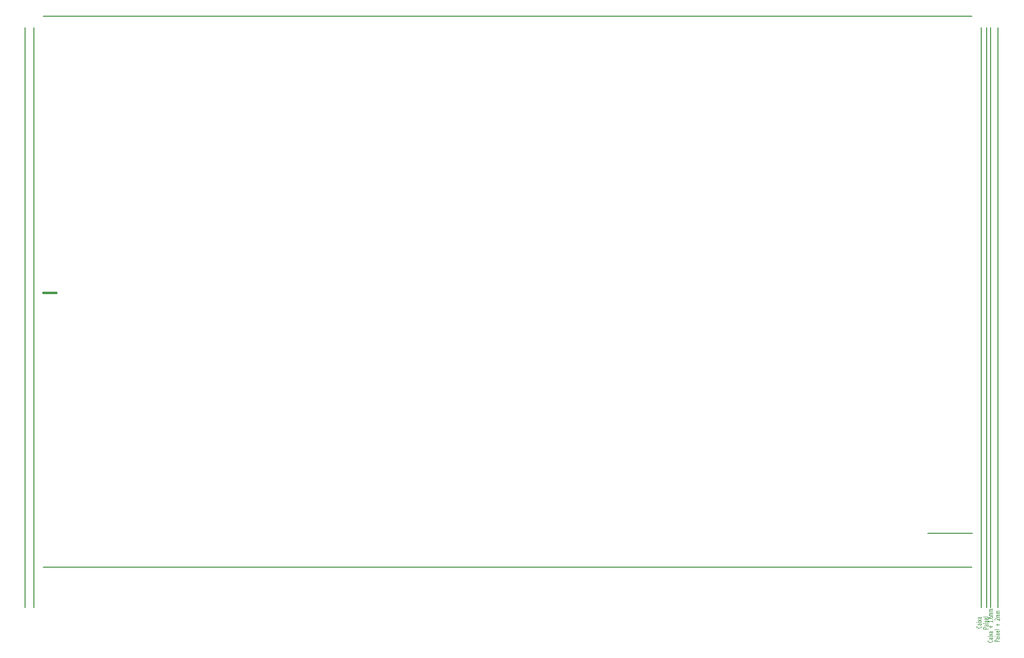
<source format=gbr>
G04 #@! TF.FileFunction,Drawing*
%FSLAX46Y46*%
G04 Gerber Fmt 4.6, Leading zero omitted, Abs format (unit mm)*
G04 Created by KiCad (PCBNEW 4.0.4+e1-6308~48~ubuntu15.10.1-stable) date Fri Nov 17 08:43:39 2017*
%MOMM*%
%LPD*%
G01*
G04 APERTURE LIST*
%ADD10C,0.150000*%
%ADD11C,0.100000*%
%ADD12C,0.381000*%
G04 APERTURE END LIST*
D10*
X59741200Y-50000000D02*
X59741200Y-150000000D01*
X61341200Y-50000000D02*
X61341200Y-150000000D01*
D11*
X226385714Y-155621428D02*
X226423810Y-155645238D01*
X226461905Y-155716666D01*
X226461905Y-155764285D01*
X226423810Y-155835714D01*
X226347619Y-155883333D01*
X226271429Y-155907142D01*
X226119048Y-155930952D01*
X226004762Y-155930952D01*
X225852381Y-155907142D01*
X225776190Y-155883333D01*
X225700000Y-155835714D01*
X225661905Y-155764285D01*
X225661905Y-155716666D01*
X225700000Y-155645238D01*
X225738095Y-155621428D01*
X226461905Y-155192857D02*
X226042857Y-155192857D01*
X225966667Y-155216666D01*
X225928571Y-155264285D01*
X225928571Y-155359523D01*
X225966667Y-155407142D01*
X226423810Y-155192857D02*
X226461905Y-155240476D01*
X226461905Y-155359523D01*
X226423810Y-155407142D01*
X226347619Y-155430952D01*
X226271429Y-155430952D01*
X226195238Y-155407142D01*
X226157143Y-155359523D01*
X226157143Y-155240476D01*
X226119048Y-155192857D01*
X226461905Y-154954761D02*
X225928571Y-154954761D01*
X225661905Y-154954761D02*
X225700000Y-154978571D01*
X225738095Y-154954761D01*
X225700000Y-154930952D01*
X225661905Y-154954761D01*
X225738095Y-154954761D01*
X226461905Y-154764285D02*
X225928571Y-154502381D01*
X225928571Y-154764285D02*
X226461905Y-154502381D01*
X226461905Y-154097619D02*
X226042857Y-154097619D01*
X225966667Y-154121428D01*
X225928571Y-154169047D01*
X225928571Y-154264285D01*
X225966667Y-154311904D01*
X226423810Y-154097619D02*
X226461905Y-154145238D01*
X226461905Y-154264285D01*
X226423810Y-154311904D01*
X226347619Y-154335714D01*
X226271429Y-154335714D01*
X226195238Y-154311904D01*
X226157143Y-154264285D01*
X226157143Y-154145238D01*
X226119048Y-154097619D01*
X226157143Y-153478571D02*
X226157143Y-153097619D01*
X226461905Y-153288095D02*
X225852381Y-153288095D01*
X226461905Y-152216667D02*
X226461905Y-152502381D01*
X226461905Y-152359524D02*
X225661905Y-152359524D01*
X225776190Y-152407143D01*
X225852381Y-152454762D01*
X225890476Y-152502381D01*
X226385714Y-152002381D02*
X226423810Y-151978572D01*
X226461905Y-152002381D01*
X226423810Y-152026191D01*
X226385714Y-152002381D01*
X226461905Y-152002381D01*
X225661905Y-151550001D02*
X225661905Y-151645239D01*
X225700000Y-151692858D01*
X225738095Y-151716667D01*
X225852381Y-151764286D01*
X226004762Y-151788096D01*
X226309524Y-151788096D01*
X226385714Y-151764286D01*
X226423810Y-151740477D01*
X226461905Y-151692858D01*
X226461905Y-151597620D01*
X226423810Y-151550001D01*
X226385714Y-151526191D01*
X226309524Y-151502382D01*
X226119048Y-151502382D01*
X226042857Y-151526191D01*
X226004762Y-151550001D01*
X225966667Y-151597620D01*
X225966667Y-151692858D01*
X226004762Y-151740477D01*
X226042857Y-151764286D01*
X226119048Y-151788096D01*
X226461905Y-151288096D02*
X225928571Y-151288096D01*
X226004762Y-151288096D02*
X225966667Y-151264287D01*
X225928571Y-151216668D01*
X225928571Y-151145239D01*
X225966667Y-151097620D01*
X226042857Y-151073811D01*
X226461905Y-151073811D01*
X226042857Y-151073811D02*
X225966667Y-151050001D01*
X225928571Y-151002382D01*
X225928571Y-150930954D01*
X225966667Y-150883334D01*
X226042857Y-150859525D01*
X226461905Y-150859525D01*
X226461905Y-150621429D02*
X225928571Y-150621429D01*
X226004762Y-150621429D02*
X225966667Y-150597620D01*
X225928571Y-150550001D01*
X225928571Y-150478572D01*
X225966667Y-150430953D01*
X226042857Y-150407144D01*
X226461905Y-150407144D01*
X226042857Y-150407144D02*
X225966667Y-150383334D01*
X225928571Y-150335715D01*
X225928571Y-150264287D01*
X225966667Y-150216667D01*
X226042857Y-150192858D01*
X226461905Y-150192858D01*
D10*
X226161200Y-50000000D02*
X226161200Y-150000000D01*
D11*
X227661905Y-155842856D02*
X226861905Y-155842856D01*
X226861905Y-155652380D01*
X226900000Y-155604761D01*
X226938095Y-155580952D01*
X227014286Y-155557142D01*
X227128571Y-155557142D01*
X227204762Y-155580952D01*
X227242857Y-155604761D01*
X227280952Y-155652380D01*
X227280952Y-155842856D01*
X227661905Y-155128571D02*
X227242857Y-155128571D01*
X227166667Y-155152380D01*
X227128571Y-155199999D01*
X227128571Y-155295237D01*
X227166667Y-155342856D01*
X227623810Y-155128571D02*
X227661905Y-155176190D01*
X227661905Y-155295237D01*
X227623810Y-155342856D01*
X227547619Y-155366666D01*
X227471429Y-155366666D01*
X227395238Y-155342856D01*
X227357143Y-155295237D01*
X227357143Y-155176190D01*
X227319048Y-155128571D01*
X227661905Y-154890475D02*
X227128571Y-154890475D01*
X226861905Y-154890475D02*
X226900000Y-154914285D01*
X226938095Y-154890475D01*
X226900000Y-154866666D01*
X226861905Y-154890475D01*
X226938095Y-154890475D01*
X227128571Y-154652380D02*
X227661905Y-154652380D01*
X227204762Y-154652380D02*
X227166667Y-154628571D01*
X227128571Y-154580952D01*
X227128571Y-154509523D01*
X227166667Y-154461904D01*
X227242857Y-154438095D01*
X227661905Y-154438095D01*
X227623810Y-154009523D02*
X227661905Y-154057142D01*
X227661905Y-154152380D01*
X227623810Y-154199999D01*
X227547619Y-154223809D01*
X227242857Y-154223809D01*
X227166667Y-154199999D01*
X227128571Y-154152380D01*
X227128571Y-154057142D01*
X227166667Y-154009523D01*
X227242857Y-153985714D01*
X227319048Y-153985714D01*
X227395238Y-154223809D01*
X227661905Y-153700000D02*
X227623810Y-153747619D01*
X227547619Y-153771428D01*
X226861905Y-153771428D01*
X227357143Y-153128571D02*
X227357143Y-152747619D01*
X227661905Y-152938095D02*
X227052381Y-152938095D01*
X226938095Y-152152381D02*
X226900000Y-152128571D01*
X226861905Y-152080952D01*
X226861905Y-151961905D01*
X226900000Y-151914286D01*
X226938095Y-151890476D01*
X227014286Y-151866667D01*
X227090476Y-151866667D01*
X227204762Y-151890476D01*
X227661905Y-152176190D01*
X227661905Y-151866667D01*
X227661905Y-151652381D02*
X227128571Y-151652381D01*
X227204762Y-151652381D02*
X227166667Y-151628572D01*
X227128571Y-151580953D01*
X227128571Y-151509524D01*
X227166667Y-151461905D01*
X227242857Y-151438096D01*
X227661905Y-151438096D01*
X227242857Y-151438096D02*
X227166667Y-151414286D01*
X227128571Y-151366667D01*
X227128571Y-151295239D01*
X227166667Y-151247619D01*
X227242857Y-151223810D01*
X227661905Y-151223810D01*
X227661905Y-150985714D02*
X227128571Y-150985714D01*
X227204762Y-150985714D02*
X227166667Y-150961905D01*
X227128571Y-150914286D01*
X227128571Y-150842857D01*
X227166667Y-150795238D01*
X227242857Y-150771429D01*
X227661905Y-150771429D01*
X227242857Y-150771429D02*
X227166667Y-150747619D01*
X227128571Y-150700000D01*
X227128571Y-150628572D01*
X227166667Y-150580952D01*
X227242857Y-150557143D01*
X227661905Y-150557143D01*
D10*
X227450000Y-49950000D02*
X227450000Y-149950000D01*
D11*
X225711905Y-153647618D02*
X224911905Y-153647618D01*
X224911905Y-153457142D01*
X224950000Y-153409523D01*
X224988095Y-153385714D01*
X225064286Y-153361904D01*
X225178571Y-153361904D01*
X225254762Y-153385714D01*
X225292857Y-153409523D01*
X225330952Y-153457142D01*
X225330952Y-153647618D01*
X225711905Y-152933333D02*
X225292857Y-152933333D01*
X225216667Y-152957142D01*
X225178571Y-153004761D01*
X225178571Y-153099999D01*
X225216667Y-153147618D01*
X225673810Y-152933333D02*
X225711905Y-152980952D01*
X225711905Y-153099999D01*
X225673810Y-153147618D01*
X225597619Y-153171428D01*
X225521429Y-153171428D01*
X225445238Y-153147618D01*
X225407143Y-153099999D01*
X225407143Y-152980952D01*
X225369048Y-152933333D01*
X225711905Y-152695237D02*
X225178571Y-152695237D01*
X224911905Y-152695237D02*
X224950000Y-152719047D01*
X224988095Y-152695237D01*
X224950000Y-152671428D01*
X224911905Y-152695237D01*
X224988095Y-152695237D01*
X225178571Y-152457142D02*
X225711905Y-152457142D01*
X225254762Y-152457142D02*
X225216667Y-152433333D01*
X225178571Y-152385714D01*
X225178571Y-152314285D01*
X225216667Y-152266666D01*
X225292857Y-152242857D01*
X225711905Y-152242857D01*
X225673810Y-151814285D02*
X225711905Y-151861904D01*
X225711905Y-151957142D01*
X225673810Y-152004761D01*
X225597619Y-152028571D01*
X225292857Y-152028571D01*
X225216667Y-152004761D01*
X225178571Y-151957142D01*
X225178571Y-151861904D01*
X225216667Y-151814285D01*
X225292857Y-151790476D01*
X225369048Y-151790476D01*
X225445238Y-152028571D01*
X225711905Y-151504762D02*
X225673810Y-151552381D01*
X225597619Y-151576190D01*
X224911905Y-151576190D01*
D10*
X225450000Y-49950000D02*
X225450000Y-149950000D01*
D11*
X224435714Y-153169047D02*
X224473810Y-153192857D01*
X224511905Y-153264285D01*
X224511905Y-153311904D01*
X224473810Y-153383333D01*
X224397619Y-153430952D01*
X224321429Y-153454761D01*
X224169048Y-153478571D01*
X224054762Y-153478571D01*
X223902381Y-153454761D01*
X223826190Y-153430952D01*
X223750000Y-153383333D01*
X223711905Y-153311904D01*
X223711905Y-153264285D01*
X223750000Y-153192857D01*
X223788095Y-153169047D01*
X224511905Y-152740476D02*
X224092857Y-152740476D01*
X224016667Y-152764285D01*
X223978571Y-152811904D01*
X223978571Y-152907142D01*
X224016667Y-152954761D01*
X224473810Y-152740476D02*
X224511905Y-152788095D01*
X224511905Y-152907142D01*
X224473810Y-152954761D01*
X224397619Y-152978571D01*
X224321429Y-152978571D01*
X224245238Y-152954761D01*
X224207143Y-152907142D01*
X224207143Y-152788095D01*
X224169048Y-152740476D01*
X224511905Y-152502380D02*
X223978571Y-152502380D01*
X223711905Y-152502380D02*
X223750000Y-152526190D01*
X223788095Y-152502380D01*
X223750000Y-152478571D01*
X223711905Y-152502380D01*
X223788095Y-152502380D01*
X224511905Y-152311904D02*
X223978571Y-152050000D01*
X223978571Y-152311904D02*
X224511905Y-152050000D01*
X224511905Y-151645238D02*
X224092857Y-151645238D01*
X224016667Y-151669047D01*
X223978571Y-151716666D01*
X223978571Y-151811904D01*
X224016667Y-151859523D01*
X224473810Y-151645238D02*
X224511905Y-151692857D01*
X224511905Y-151811904D01*
X224473810Y-151859523D01*
X224397619Y-151883333D01*
X224321429Y-151883333D01*
X224245238Y-151859523D01*
X224207143Y-151811904D01*
X224207143Y-151692857D01*
X224169048Y-151645238D01*
D10*
X224561200Y-50000000D02*
X224561200Y-150000000D01*
X223010000Y-137200000D02*
X215340000Y-137200000D01*
D12*
X62941200Y-95720000D02*
X65125600Y-95720000D01*
D10*
X222950000Y-48020000D02*
X62950000Y-48020000D01*
X222950000Y-143020000D02*
X62950000Y-143020000D01*
M02*

</source>
